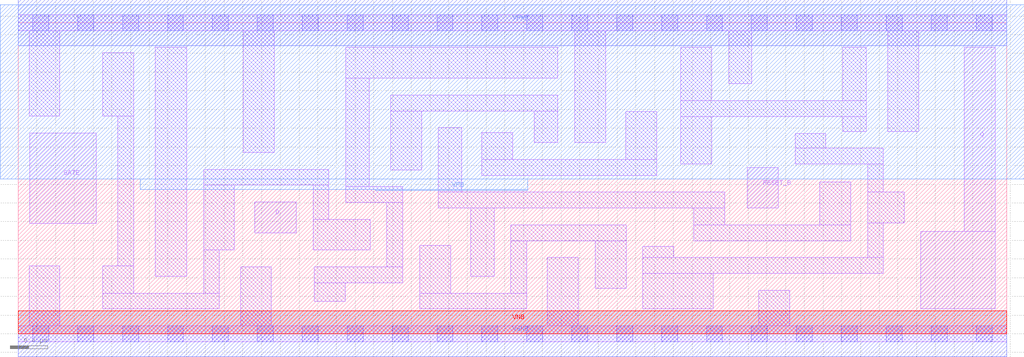
<source format=lef>
# Copyright 2020 The SkyWater PDK Authors
#
# Licensed under the Apache License, Version 2.0 (the "License");
# you may not use this file except in compliance with the License.
# You may obtain a copy of the License at
#
#     https://www.apache.org/licenses/LICENSE-2.0
#
# Unless required by applicable law or agreed to in writing, software
# distributed under the License is distributed on an "AS IS" BASIS,
# WITHOUT WARRANTIES OR CONDITIONS OF ANY KIND, either express or implied.
# See the License for the specific language governing permissions and
# limitations under the License.
#
# SPDX-License-Identifier: Apache-2.0

VERSION 5.7 ;
  NOWIREEXTENSIONATPIN ON ;
  DIVIDERCHAR "/" ;
  BUSBITCHARS "[]" ;
MACRO sky130_fd_sc_lp__dlrtp_lp
  CLASS CORE ;
  FOREIGN sky130_fd_sc_lp__dlrtp_lp ;
  ORIGIN  0.000000  0.000000 ;
  SIZE  10.56000 BY  3.330000 ;
  SYMMETRY X Y R90 ;
  SITE unit ;
  PIN D
    ANTENNAGATEAREA  0.318000 ;
    DIRECTION INPUT ;
    USE SIGNAL ;
    PORT
      LAYER li1 ;
        RECT 2.525000 1.080000 2.970000 1.410000 ;
    END
  END D
  PIN Q
    ANTENNADIFFAREA  0.619500 ;
    DIRECTION OUTPUT ;
    USE SIGNAL ;
    PORT
      LAYER li1 ;
        RECT  9.645000 0.265000 10.440000 1.095000 ;
        RECT 10.110000 1.095000 10.440000 3.065000 ;
    END
  END Q
  PIN RESET_B
    ANTENNAGATEAREA  0.504000 ;
    DIRECTION INPUT ;
    USE SIGNAL ;
    PORT
      LAYER li1 ;
        RECT 7.790000 1.345000 8.120000 1.780000 ;
    END
  END RESET_B
  PIN GATE
    ANTENNAGATEAREA  0.318000 ;
    DIRECTION INPUT ;
    USE CLOCK ;
    PORT
      LAYER li1 ;
        RECT 0.125000 1.180000 0.835000 2.150000 ;
    END
  END GATE
  PIN VGND
    DIRECTION INOUT ;
    USE GROUND ;
    PORT
      LAYER met1 ;
        RECT 0.000000 -0.245000 10.560000 0.245000 ;
    END
  END VGND
  PIN VNB
    DIRECTION INOUT ;
    USE GROUND ;
    PORT
      LAYER pwell ;
        RECT 0.000000 0.000000 10.560000 0.245000 ;
    END
  END VNB
  PIN VPB
    DIRECTION INOUT ;
    USE POWER ;
    PORT
      LAYER nwell ;
        RECT -0.190000 1.655000 10.750000 3.520000 ;
        RECT  1.305000 1.545000  5.445000 1.655000 ;
        RECT  3.820000 1.535000  5.445000 1.545000 ;
    END
  END VPB
  PIN VPWR
    DIRECTION INOUT ;
    USE POWER ;
    PORT
      LAYER met1 ;
        RECT 0.000000 3.085000 10.560000 3.575000 ;
    END
  END VPWR
  OBS
    LAYER li1 ;
      RECT 0.000000 -0.085000 10.560000 0.085000 ;
      RECT 0.000000  3.245000 10.560000 3.415000 ;
      RECT 0.115000  0.085000  0.445000 0.725000 ;
      RECT 0.115000  2.330000  0.445000 3.245000 ;
      RECT 0.905000  0.265000  2.150000 0.435000 ;
      RECT 0.905000  0.435000  1.235000 0.725000 ;
      RECT 0.905000  2.330000  1.235000 3.010000 ;
      RECT 1.065000  0.725000  1.235000 2.330000 ;
      RECT 1.465000  0.615000  1.800000 3.065000 ;
      RECT 1.980000  0.435000  2.150000 0.895000 ;
      RECT 1.980000  0.895000  2.310000 1.590000 ;
      RECT 1.980000  1.590000  3.320000 1.760000 ;
      RECT 2.375000  0.085000  2.705000 0.715000 ;
      RECT 2.405000  1.940000  2.735000 3.245000 ;
      RECT 3.150000  0.895000  3.760000 1.225000 ;
      RECT 3.150000  1.225000  3.320000 1.590000 ;
      RECT 3.165000  0.345000  3.495000 0.545000 ;
      RECT 3.165000  0.545000  4.110000 0.715000 ;
      RECT 3.500000  1.405000  4.110000 1.575000 ;
      RECT 3.500000  1.575000  3.750000 2.735000 ;
      RECT 3.500000  2.735000  5.765000 3.065000 ;
      RECT 3.940000  0.715000  4.110000 1.405000 ;
      RECT 3.980000  1.755000  4.310000 2.385000 ;
      RECT 3.980000  2.385000  5.765000 2.555000 ;
      RECT 4.290000  0.265000  5.435000 0.435000 ;
      RECT 4.290000  0.435000  4.620000 0.945000 ;
      RECT 4.490000  1.345000  7.550000 1.515000 ;
      RECT 4.490000  1.515000  4.740000 2.205000 ;
      RECT 4.835000  0.615000  5.085000 1.345000 ;
      RECT 4.955000  1.695000  6.820000 1.865000 ;
      RECT 4.955000  1.865000  5.285000 2.155000 ;
      RECT 5.265000  0.435000  5.435000 0.995000 ;
      RECT 5.265000  0.995000  6.495000 1.165000 ;
      RECT 5.515000  2.045000  5.765000 2.385000 ;
      RECT 5.655000  0.085000  5.985000 0.815000 ;
      RECT 5.945000  2.045000  6.275000 3.245000 ;
      RECT 6.165000  0.485000  6.495000 0.995000 ;
      RECT 6.490000  1.865000  6.820000 2.375000 ;
      RECT 6.675000  0.265000  7.425000 0.645000 ;
      RECT 6.675000  0.645000  9.245000 0.815000 ;
      RECT 6.675000  0.815000  7.005000 0.935000 ;
      RECT 7.080000  1.815000  7.410000 2.325000 ;
      RECT 7.080000  2.325000  9.060000 2.495000 ;
      RECT 7.080000  2.495000  7.410000 3.065000 ;
      RECT 7.220000  0.995000  8.895000 1.165000 ;
      RECT 7.220000  1.165000  7.550000 1.345000 ;
      RECT 7.590000  2.675000  7.840000 3.245000 ;
      RECT 7.915000  0.085000  8.245000 0.465000 ;
      RECT 8.300000  1.815000  9.245000 1.985000 ;
      RECT 8.300000  1.985000  8.630000 2.145000 ;
      RECT 8.565000  1.165000  8.895000 1.625000 ;
      RECT 8.810000  2.165000  9.060000 2.325000 ;
      RECT 8.810000  2.495000  9.060000 3.065000 ;
      RECT 9.075000  0.815000  9.245000 1.185000 ;
      RECT 9.075000  1.185000  9.465000 1.515000 ;
      RECT 9.075000  1.515000  9.245000 1.815000 ;
      RECT 9.290000  2.165000  9.620000 3.245000 ;
    LAYER mcon ;
      RECT  0.155000 -0.085000  0.325000 0.085000 ;
      RECT  0.155000  3.245000  0.325000 3.415000 ;
      RECT  0.635000 -0.085000  0.805000 0.085000 ;
      RECT  0.635000  3.245000  0.805000 3.415000 ;
      RECT  1.115000 -0.085000  1.285000 0.085000 ;
      RECT  1.115000  3.245000  1.285000 3.415000 ;
      RECT  1.595000 -0.085000  1.765000 0.085000 ;
      RECT  1.595000  3.245000  1.765000 3.415000 ;
      RECT  2.075000 -0.085000  2.245000 0.085000 ;
      RECT  2.075000  3.245000  2.245000 3.415000 ;
      RECT  2.555000 -0.085000  2.725000 0.085000 ;
      RECT  2.555000  3.245000  2.725000 3.415000 ;
      RECT  3.035000 -0.085000  3.205000 0.085000 ;
      RECT  3.035000  3.245000  3.205000 3.415000 ;
      RECT  3.515000 -0.085000  3.685000 0.085000 ;
      RECT  3.515000  3.245000  3.685000 3.415000 ;
      RECT  3.995000 -0.085000  4.165000 0.085000 ;
      RECT  3.995000  3.245000  4.165000 3.415000 ;
      RECT  4.475000 -0.085000  4.645000 0.085000 ;
      RECT  4.475000  3.245000  4.645000 3.415000 ;
      RECT  4.955000 -0.085000  5.125000 0.085000 ;
      RECT  4.955000  3.245000  5.125000 3.415000 ;
      RECT  5.435000 -0.085000  5.605000 0.085000 ;
      RECT  5.435000  3.245000  5.605000 3.415000 ;
      RECT  5.915000 -0.085000  6.085000 0.085000 ;
      RECT  5.915000  3.245000  6.085000 3.415000 ;
      RECT  6.395000 -0.085000  6.565000 0.085000 ;
      RECT  6.395000  3.245000  6.565000 3.415000 ;
      RECT  6.875000 -0.085000  7.045000 0.085000 ;
      RECT  6.875000  3.245000  7.045000 3.415000 ;
      RECT  7.355000 -0.085000  7.525000 0.085000 ;
      RECT  7.355000  3.245000  7.525000 3.415000 ;
      RECT  7.835000 -0.085000  8.005000 0.085000 ;
      RECT  7.835000  3.245000  8.005000 3.415000 ;
      RECT  8.315000 -0.085000  8.485000 0.085000 ;
      RECT  8.315000  3.245000  8.485000 3.415000 ;
      RECT  8.795000 -0.085000  8.965000 0.085000 ;
      RECT  8.795000  3.245000  8.965000 3.415000 ;
      RECT  9.275000 -0.085000  9.445000 0.085000 ;
      RECT  9.275000  3.245000  9.445000 3.415000 ;
      RECT  9.755000 -0.085000  9.925000 0.085000 ;
      RECT  9.755000  3.245000  9.925000 3.415000 ;
      RECT 10.235000 -0.085000 10.405000 0.085000 ;
      RECT 10.235000  3.245000 10.405000 3.415000 ;
  END
END sky130_fd_sc_lp__dlrtp_lp
END LIBRARY

</source>
